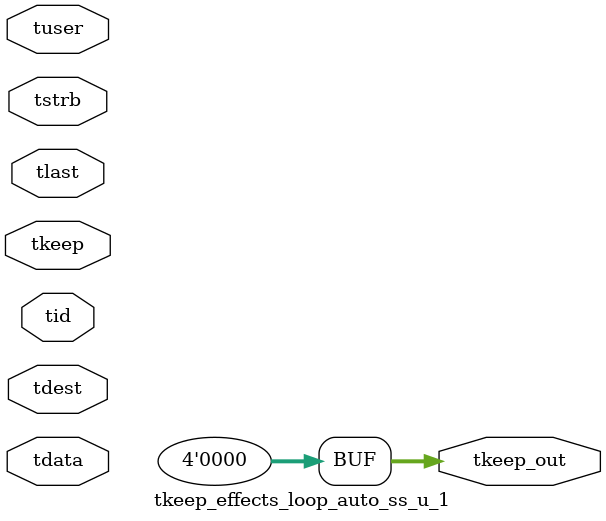
<source format=v>


`timescale 1ps/1ps

module tkeep_effects_loop_auto_ss_u_1 #
(
parameter C_S_AXIS_TDATA_WIDTH = 32,
parameter C_S_AXIS_TUSER_WIDTH = 0,
parameter C_S_AXIS_TID_WIDTH   = 0,
parameter C_S_AXIS_TDEST_WIDTH = 0,
parameter C_M_AXIS_TDATA_WIDTH = 32
)
(
input  [(C_S_AXIS_TDATA_WIDTH == 0 ? 1 : C_S_AXIS_TDATA_WIDTH)-1:0     ] tdata,
input  [(C_S_AXIS_TUSER_WIDTH == 0 ? 1 : C_S_AXIS_TUSER_WIDTH)-1:0     ] tuser,
input  [(C_S_AXIS_TID_WIDTH   == 0 ? 1 : C_S_AXIS_TID_WIDTH)-1:0       ] tid,
input  [(C_S_AXIS_TDEST_WIDTH == 0 ? 1 : C_S_AXIS_TDEST_WIDTH)-1:0     ] tdest,
input  [(C_S_AXIS_TDATA_WIDTH/8)-1:0 ] tkeep,
input  [(C_S_AXIS_TDATA_WIDTH/8)-1:0 ] tstrb,
input                                                                    tlast,
output [(C_M_AXIS_TDATA_WIDTH/8)-1:0 ] tkeep_out
);

assign tkeep_out = {1'b0};

endmodule


</source>
